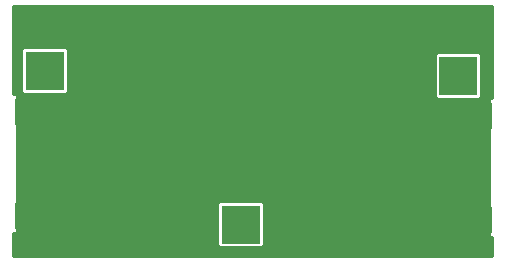
<source format=gbl>
G75*
%MOIN*%
%OFA0B0*%
%FSLAX25Y25*%
%IPPOS*%
%LPD*%
%AMOC8*
5,1,8,0,0,1.08239X$1,22.5*
%
%ADD10R,0.20000X0.09000*%
%ADD11C,0.01200*%
%ADD12C,0.03969*%
%ADD13R,0.12661X0.12661*%
D10*
X0048606Y0020933D03*
X0048606Y0055733D03*
X0187934Y0054277D03*
X0187934Y0019477D03*
D11*
X0038387Y0014933D02*
X0038387Y0007623D01*
X0197760Y0007623D01*
X0197760Y0013477D01*
X0197454Y0013477D01*
X0196634Y0014297D01*
X0196634Y0059457D01*
X0197454Y0060277D01*
X0197760Y0060277D01*
X0197760Y0090422D01*
X0038387Y0090422D01*
X0038387Y0061733D01*
X0039086Y0061733D01*
X0039906Y0060913D01*
X0039906Y0015753D01*
X0039086Y0014933D01*
X0038387Y0014933D01*
X0038387Y0014597D02*
X0106206Y0014597D01*
X0106206Y0013398D02*
X0038387Y0013398D01*
X0038387Y0012200D02*
X0106206Y0012200D01*
X0106206Y0011025D02*
X0107143Y0010088D01*
X0121130Y0010088D01*
X0122067Y0011025D01*
X0122067Y0025012D01*
X0121130Y0025949D01*
X0107143Y0025949D01*
X0106206Y0025012D01*
X0106206Y0011025D01*
X0106229Y0011001D02*
X0038387Y0011001D01*
X0038387Y0009803D02*
X0197760Y0009803D01*
X0197760Y0011001D02*
X0122043Y0011001D01*
X0122067Y0012200D02*
X0197760Y0012200D01*
X0197760Y0013398D02*
X0122067Y0013398D01*
X0122067Y0014597D02*
X0196634Y0014597D01*
X0196634Y0015795D02*
X0122067Y0015795D01*
X0122067Y0016994D02*
X0196634Y0016994D01*
X0196634Y0018192D02*
X0122067Y0018192D01*
X0122067Y0019391D02*
X0196634Y0019391D01*
X0196634Y0020589D02*
X0122067Y0020589D01*
X0122067Y0021788D02*
X0196634Y0021788D01*
X0196634Y0022987D02*
X0122067Y0022987D01*
X0122067Y0024185D02*
X0196634Y0024185D01*
X0196634Y0025384D02*
X0121695Y0025384D01*
X0106577Y0025384D02*
X0039906Y0025384D01*
X0039906Y0026582D02*
X0196634Y0026582D01*
X0196634Y0027781D02*
X0039906Y0027781D01*
X0039906Y0028979D02*
X0196634Y0028979D01*
X0196634Y0030178D02*
X0039906Y0030178D01*
X0039906Y0031376D02*
X0196634Y0031376D01*
X0196634Y0032575D02*
X0039906Y0032575D01*
X0039906Y0033773D02*
X0196634Y0033773D01*
X0196634Y0034972D02*
X0039906Y0034972D01*
X0039906Y0036170D02*
X0196634Y0036170D01*
X0196634Y0037369D02*
X0039906Y0037369D01*
X0039906Y0038567D02*
X0196634Y0038567D01*
X0196634Y0039766D02*
X0039906Y0039766D01*
X0039906Y0040964D02*
X0196634Y0040964D01*
X0196634Y0042163D02*
X0039906Y0042163D01*
X0039906Y0043361D02*
X0196634Y0043361D01*
X0196634Y0044560D02*
X0039906Y0044560D01*
X0039906Y0045758D02*
X0196634Y0045758D01*
X0196634Y0046957D02*
X0039906Y0046957D01*
X0039906Y0048155D02*
X0196634Y0048155D01*
X0196634Y0049354D02*
X0039906Y0049354D01*
X0039906Y0050552D02*
X0196634Y0050552D01*
X0196634Y0051751D02*
X0039906Y0051751D01*
X0039906Y0052949D02*
X0196634Y0052949D01*
X0196634Y0054148D02*
X0039906Y0054148D01*
X0039906Y0055346D02*
X0196634Y0055346D01*
X0196634Y0056545D02*
X0039906Y0056545D01*
X0039906Y0057743D02*
X0196634Y0057743D01*
X0196634Y0058942D02*
X0039906Y0058942D01*
X0039906Y0060140D02*
X0179137Y0060140D01*
X0179584Y0059694D02*
X0193571Y0059694D01*
X0194508Y0060631D01*
X0194508Y0074618D01*
X0193571Y0075555D01*
X0179584Y0075555D01*
X0178646Y0074618D01*
X0178646Y0060631D01*
X0179584Y0059694D01*
X0178646Y0061339D02*
X0055845Y0061339D01*
X0055775Y0061269D02*
X0056713Y0062206D01*
X0056713Y0076193D01*
X0055775Y0077130D01*
X0041788Y0077130D01*
X0040851Y0076193D01*
X0040851Y0062206D01*
X0041788Y0061269D01*
X0055775Y0061269D01*
X0056713Y0062537D02*
X0178646Y0062537D01*
X0178646Y0063736D02*
X0056713Y0063736D01*
X0056713Y0064934D02*
X0178646Y0064934D01*
X0178646Y0066133D02*
X0056713Y0066133D01*
X0056713Y0067331D02*
X0178646Y0067331D01*
X0178646Y0068530D02*
X0056713Y0068530D01*
X0056713Y0069728D02*
X0178646Y0069728D01*
X0178646Y0070927D02*
X0056713Y0070927D01*
X0056713Y0072125D02*
X0178646Y0072125D01*
X0178646Y0073324D02*
X0056713Y0073324D01*
X0056713Y0074522D02*
X0178646Y0074522D01*
X0194508Y0074522D02*
X0197760Y0074522D01*
X0197760Y0075721D02*
X0056713Y0075721D01*
X0055986Y0076920D02*
X0197760Y0076920D01*
X0197760Y0078118D02*
X0038387Y0078118D01*
X0038387Y0079317D02*
X0197760Y0079317D01*
X0197760Y0080515D02*
X0038387Y0080515D01*
X0038387Y0081714D02*
X0197760Y0081714D01*
X0197760Y0082912D02*
X0038387Y0082912D01*
X0038387Y0084111D02*
X0197760Y0084111D01*
X0197760Y0085309D02*
X0038387Y0085309D01*
X0038387Y0086508D02*
X0197760Y0086508D01*
X0197760Y0087706D02*
X0038387Y0087706D01*
X0038387Y0088905D02*
X0197760Y0088905D01*
X0197760Y0090103D02*
X0038387Y0090103D01*
X0038387Y0076920D02*
X0041578Y0076920D01*
X0040851Y0075721D02*
X0038387Y0075721D01*
X0038387Y0074522D02*
X0040851Y0074522D01*
X0040851Y0073324D02*
X0038387Y0073324D01*
X0038387Y0072125D02*
X0040851Y0072125D01*
X0040851Y0070927D02*
X0038387Y0070927D01*
X0038387Y0069728D02*
X0040851Y0069728D01*
X0040851Y0068530D02*
X0038387Y0068530D01*
X0038387Y0067331D02*
X0040851Y0067331D01*
X0040851Y0066133D02*
X0038387Y0066133D01*
X0038387Y0064934D02*
X0040851Y0064934D01*
X0040851Y0063736D02*
X0038387Y0063736D01*
X0038387Y0062537D02*
X0040851Y0062537D01*
X0041718Y0061339D02*
X0039481Y0061339D01*
X0039906Y0024185D02*
X0106206Y0024185D01*
X0106206Y0022987D02*
X0039906Y0022987D01*
X0039906Y0021788D02*
X0106206Y0021788D01*
X0106206Y0020589D02*
X0039906Y0020589D01*
X0039906Y0019391D02*
X0106206Y0019391D01*
X0106206Y0018192D02*
X0039906Y0018192D01*
X0039906Y0016994D02*
X0106206Y0016994D01*
X0106206Y0015795D02*
X0039906Y0015795D01*
X0038387Y0008604D02*
X0197760Y0008604D01*
X0197318Y0060140D02*
X0194017Y0060140D01*
X0194508Y0061339D02*
X0197760Y0061339D01*
X0197760Y0062537D02*
X0194508Y0062537D01*
X0194508Y0063736D02*
X0197760Y0063736D01*
X0197760Y0064934D02*
X0194508Y0064934D01*
X0194508Y0066133D02*
X0197760Y0066133D01*
X0197760Y0067331D02*
X0194508Y0067331D01*
X0194508Y0068530D02*
X0197760Y0068530D01*
X0197760Y0069728D02*
X0194508Y0069728D01*
X0194508Y0070927D02*
X0197760Y0070927D01*
X0197760Y0072125D02*
X0194508Y0072125D01*
X0194508Y0073324D02*
X0197760Y0073324D01*
D12*
X0191302Y0080223D03*
X0191302Y0087310D03*
X0183428Y0087310D03*
X0175554Y0087310D03*
X0167680Y0087310D03*
X0162168Y0082585D03*
X0167680Y0077073D03*
X0173191Y0071562D03*
X0157443Y0064475D03*
X0151931Y0069199D03*
X0153506Y0058176D03*
X0160593Y0058176D03*
X0145632Y0058176D03*
X0145632Y0050302D03*
X0153506Y0050302D03*
X0160593Y0050302D03*
X0177128Y0046365D03*
X0185002Y0046365D03*
X0192876Y0046365D03*
X0161380Y0030617D03*
X0169254Y0029042D03*
X0177128Y0027467D03*
X0185002Y0027467D03*
X0192876Y0027467D03*
X0153506Y0030617D03*
X0145632Y0030617D03*
X0137758Y0030617D03*
X0129884Y0030617D03*
X0122010Y0030617D03*
X0114136Y0030617D03*
X0098388Y0030617D03*
X0090514Y0030617D03*
X0081853Y0030617D03*
X0098388Y0021168D03*
X0098388Y0011719D03*
X0090514Y0011719D03*
X0082640Y0011719D03*
X0074766Y0011719D03*
X0066892Y0011719D03*
X0059018Y0011719D03*
X0051144Y0011719D03*
X0043270Y0011719D03*
X0043270Y0029042D03*
X0051144Y0029042D03*
X0059018Y0029042D03*
X0085002Y0045577D03*
X0093664Y0045577D03*
X0105475Y0039278D03*
X0114136Y0047152D03*
X0110199Y0054239D03*
X0118073Y0054239D03*
X0124963Y0060538D03*
X0093664Y0053451D03*
X0085002Y0053451D03*
X0066105Y0055814D03*
X0066105Y0063688D03*
X0066105Y0071562D03*
X0072404Y0076286D03*
X0080278Y0076286D03*
X0082640Y0087310D03*
X0074766Y0087310D03*
X0066892Y0087310D03*
X0059018Y0087310D03*
X0051144Y0087310D03*
X0043270Y0087310D03*
X0043270Y0079436D03*
X0043270Y0047940D03*
X0051144Y0047940D03*
X0059018Y0047940D03*
X0066105Y0047940D03*
X0129884Y0010932D03*
X0137758Y0010932D03*
X0145632Y0010932D03*
X0153506Y0010932D03*
X0161380Y0010932D03*
X0169254Y0010932D03*
X0177128Y0010932D03*
X0185002Y0010932D03*
X0192876Y0010932D03*
X0153506Y0087310D03*
X0145632Y0087310D03*
X0137758Y0087310D03*
X0129884Y0087310D03*
D13*
X0186577Y0067625D03*
X0114136Y0018018D03*
X0048782Y0069199D03*
M02*

</source>
